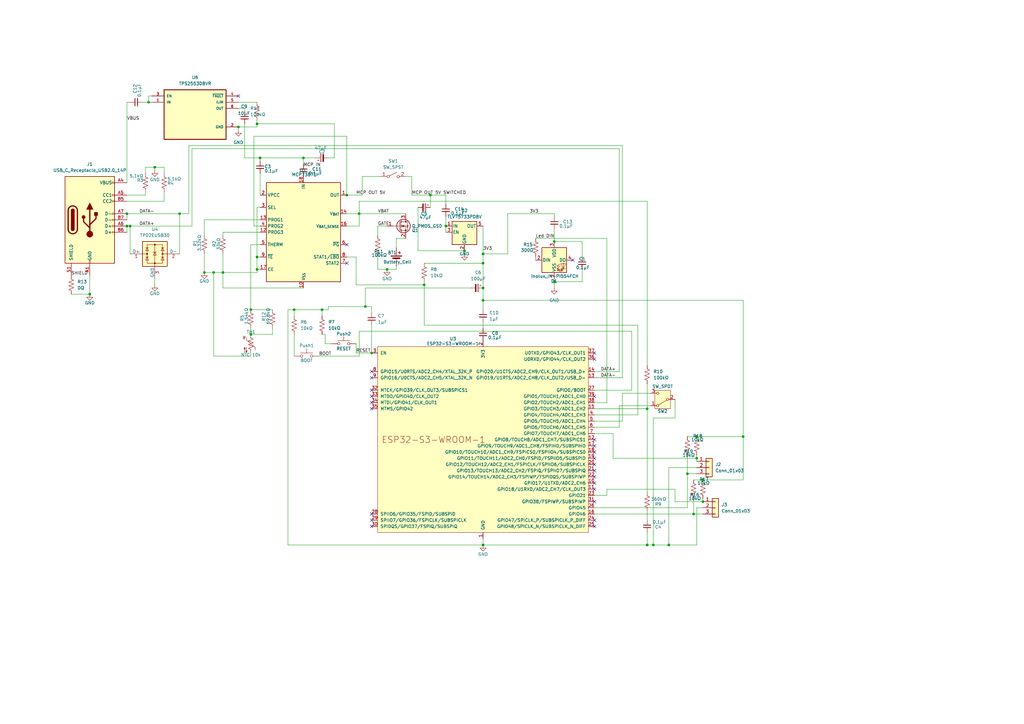
<source format=kicad_sch>
(kicad_sch (version 20250114) (generator "eeschema") (generator_version "9.0")
  (paper "A3")
  (title_block (title "ESP32 Pedal PCB") (date "2026-01-02") (rev "0.2") (comment 1 "215.9mm x 25.4mm PCB") (comment 2 "USB-C charging + programming") (comment 3 "Battery powered with voltage monitoring") (comment 4 "ESP32-S3-WROOM-1") (comment 5 "18650 Cell"))
  (lib_symbols
    (symbol "Battery_Management:MCP73871"
      (property "Reference" "U" (at -7.62 24.13 0))
      (property "Value" "MCP73871" (at -15.24 21.59 0))
      (symbol "MCP73871_1_1"
        (pin input line (at -17.78 15.24 0) (length 2.54) (name "VPCC") (number "2"))
        (pin input line (at -17.78 10.16 0) (length 2.54) (name "SEL") (number "3"))
        (pin bidirectional line (at -17.78 5.08 0) (length 2.54) (name "PROG1") (number "13"))
        (pin input line (at -17.78 2.54 0) (length 2.54) (name "PROG2") (number "4"))
        (pin bidirectional line (at -17.78 0 0) (length 2.54) (name "PROG3") (number "12"))
        (pin bidirectional line (at -17.78 -5.08 0) (length 2.54) (name "THERM") (number "5"))
        (pin input line (at -17.78 -10.16 0) (length 2.54) (name "~{TE}") (number "9"))
        (pin input line (at -17.78 -15.24 0) (length 2.54) (name "CE") (number "17"))
        (pin power_in line (at 0 22.86 270) (length 2.54) (name "IN") (number "18"))
        (pin passive line (at 0 22.86 270) (length 2.54) (hide yes) (name "IN") (number "19"))
        (pin power_in line (at 0 -22.86 90) (length 2.54) (name "V_{SS}") (number "10"))
        (pin passive line (at 0 -22.86 90) (length 2.54) (hide yes) (name "V_{SS}") (number "11"))
        (pin passive line (at 0 -22.86 90) (length 2.54) (hide yes) (name "V_{SS}") (number "21"))
        (pin power_out line (at 17.78 15.24 180) (length 2.54) (name "OUT") (number "1"))
        (pin passive line (at 17.78 15.24 180) (length 2.54) (hide yes) (name "OUT") (number "20"))
        (pin power_out line (at 17.78 7.62 180) (length 2.54) (name "V_{BAT}") (number "14"))
        (pin passive line (at 17.78 7.62 180) (length 2.54) (hide yes) (name "V_{BAT}") (number "15"))
        (pin input line (at 17.78 2.54 180) (length 2.54) (name "V_{BAT_SENSE}") (number "16"))
        (pin open_collector line (at 17.78 -5.08 180) (length 2.54) (name "~{PG}") (number "6"))
        (pin open_collector line (at 17.78 -10.16 180) (length 2.54) (name "STAT1/~{LBO}") (number "8"))
        (pin open_collector line (at 17.78 -12.7 180) (length 2.54) (name "STAT2") (number "7"))
      )
    )
    (symbol "Connector:USB_C_Receptacle_USB2.0_14P" (pin_names (offset 1.016))
      (property "Reference" "J" (at 0 22.225 0))
      (property "Value" "USB_C_Receptacle_USB2.0_14P" (at 0 19.685 0))
      (symbol "USB_C_Receptacle_USB2.0_14P_1_1"
        (pin passive line (at -7.62 -22.86 90) (length 5.08) (name "SHIELD") (number "S1"))
        (pin passive line (at 0 -22.86 90) (length 5.08) (name "GND") (number "A1"))
        (pin passive line (at 0 -22.86 90) (length 5.08) (hide yes) (name "GND") (number "A12"))
        (pin passive line (at 0 -22.86 90) (length 5.08) (hide yes) (name "GND") (number "B1"))
        (pin passive line (at 0 -22.86 90) (length 5.08) (hide yes) (name "GND") (number "B12"))
        (pin passive line (at 15.24 15.24 180) (length 5.08) (name "VBUS") (number "A4"))
        (pin passive line (at 15.24 15.24 180) (length 5.08) (hide yes) (name "VBUS") (number "A9"))
        (pin passive line (at 15.24 15.24 180) (length 5.08) (hide yes) (name "VBUS") (number "B4"))
        (pin passive line (at 15.24 15.24 180) (length 5.08) (hide yes) (name "VBUS") (number "B9"))
        (pin bidirectional line (at 15.24 10.16 180) (length 5.08) (name "CC1") (number "A5"))
        (pin bidirectional line (at 15.24 7.62 180) (length 5.08) (name "CC2") (number "B5"))
        (pin bidirectional line (at 15.24 2.54 180) (length 5.08) (name "D-") (number "A7"))
        (pin bidirectional line (at 15.24 0 180) (length 5.08) (name "D-") (number "B7"))
        (pin bidirectional line (at 15.24 -2.54 180) (length 5.08) (name "D+") (number "A6"))
        (pin bidirectional line (at 15.24 -5.08 180) (length 5.08) (name "D+") (number "B6"))
      )
    )
    (symbol "Connector_Generic:Conn_01x03" (pin_names (offset 1.016) (hide yes))
      (property "Reference" "J" (at 0 5.08 0))
      (property "Value" "Conn_01x03" (at 0 -5.08 0))
      (symbol "Conn_01x03_1_1"
        (pin passive line (at -5.08 2.54 0) (length 3.81) (name "Pin_1") (number "1"))
        (pin passive line (at -5.08 0 0) (length 3.81) (name "Pin_2") (number "2"))
        (pin passive line (at -5.08 -2.54 0) (length 3.81) (name "Pin_3") (number "3"))
      )
    )
    (symbol "Device:Battery_Cell" (pin_numbers (hide yes)) (pin_names (offset 0) (hide yes))
      (property "Reference" "BT" (at 2.54 2.54 0))
      (property "Value" "Battery_Cell" (at 2.54 0 0))
      (symbol "Battery_Cell_1_1"
        (pin passive line (at 0 5.08 270) (length 2.54) (name "+") (number "1"))
        (pin passive line (at 0 -2.54 90) (length 2.54) (name "-") (number "2"))
      )
    )
    (symbol "Device:C_Polarized_Small" (pin_numbers (hide yes)) (pin_names (offset 0.254) (hide yes))
      (property "Reference" "C" (at 0.254 1.778 0))
      (property "Value" "C_Polarized_Small" (at 0.254 -2.032 0))
      (symbol "C_Polarized_Small_1_1"
        (pin passive line (at 0 2.54 270) (length 1.8542) (name "~") (number "1"))
        (pin passive line (at 0 -2.54 90) (length 1.8542) (name "~") (number "2"))
      )
    )
    (symbol "Device:C_Small" (pin_numbers (hide yes)) (pin_names (offset 0.254) (hide yes))
      (property "Reference" "C" (at 0.254 1.778 0))
      (property "Value" "C_Small" (at 0.254 -2.032 0))
      (symbol "C_Small_1_1"
        (pin passive line (at 0 2.54 270) (length 2.032) (name "~") (number "1"))
        (pin passive line (at 0 -2.54 90) (length 2.032) (name "~") (number "2"))
      )
    )
    (symbol "Device:R_US" (pin_numbers (hide yes)) (pin_names (offset 0))
      (property "Reference" "R" (at 2.54 0 90))
      (property "Value" "R_US" (at -2.54 0 90))
      (symbol "R_US_1_1"
        (pin passive line (at 0 3.81 270) (length 1.27) (name "~") (number "1"))
        (pin passive line (at 0 -3.81 90) (length 1.27) (name "~") (number "2"))
      )
    )
    (symbol "Device:Thermistor_NTC_US" (pin_numbers (hide yes)) (pin_names (offset 0))
      (property "Reference" "TH" (at -4.445 0 90))
      (property "Value" "Thermistor_NTC_US" (at 3.175 0 90))
      (symbol "Thermistor_NTC_US_1_1"
        (pin passive line (at 0 3.81 270) (length 1.27) (name "~") (number "1"))
        (pin passive line (at 0 -3.81 90) (length 1.27) (name "~") (number "2"))
      )
    )
    (symbol "Espressif:ESP32-S3-WROOM-1" (pin_names (offset 1.016))
      (property "Reference" "U" (at -43.18 43.18 0))
      (property "Value" "ESP32-S3-WROOM-1" (at -43.18 40.64 0))
      (symbol "ESP32-S3-WROOM-1_0_0"
        (text "ESP32-S3-WROOM-1" (at -20.32 0 0) (effects (font (size 2.54 2.54))))
        (pin input line (at -45.72 35.56 0) (length 2.54) (name "EN") (number "3"))
        (pin bidirectional line (at -45.72 27.94 0) (length 2.54) (name "GPIO15/U0RTS/ADC2_CH4/XTAL_32K_P") (number "8"))
        (pin bidirectional line (at -45.72 25.4 0) (length 2.54) (name "GPIO16/U0CTS/ADC2_CH5/XTAL_32K_N") (number "9"))
        (pin bidirectional line (at -45.72 20.32 0) (length 2.54) (name "MTCK/GPIO39/CLK_OUT3/SUBSPICS1") (number "32"))
        (pin bidirectional line (at -45.72 17.78 0) (length 2.54) (name "MTDO/GPIO40/CLK_OUT2") (number "33"))
        (pin bidirectional line (at -45.72 15.24 0) (length 2.54) (name "MTDI/GPIO41/CLK_OUT1") (number "34"))
        (pin bidirectional line (at -45.72 12.7 0) (length 2.54) (name "MTMS/GPIO42") (number "35"))
        (pin bidirectional line (at -45.72 -30.48 0) (length 2.54) (name "SPIIO6/GPIO35/FSPID/SUBSPID") (number "28"))
        (pin bidirectional line (at -45.72 -33.02 0) (length 2.54) (name "SPIIO7/GPIO36/FSPICLK/SUBSPICLK") (number "29"))
        (pin bidirectional line (at -45.72 -35.56 0) (length 2.54) (name "SPIDQS/GPIO37/FSPIQ/SUBSPIQ") (number "30"))
        (pin power_in line (at 0 40.64 270) (length 2.54) (name "3V3") (number "2"))
        (pin power_in line (at 0 -40.64 90) (length 2.54) (name "GND") (number "1"))
        (pin passive line (at 0 -40.64 90) (length 2.54) (hide yes) (name "GND") (number "40"))
        (pin passive line (at 0 -40.64 90) (length 2.54) (hide yes) (name "GND") (number "41"))
        (pin bidirectional line (at 45.72 35.56 180) (length 2.54) (name "U0TXD/GPIO43/CLK_OUT1") (number "37"))
        (pin bidirectional line (at 45.72 33.02 180) (length 2.54) (name "U0RXD/GPIO44/CLK_OUT2") (number "36"))
        (pin bidirectional line (at 45.72 27.94 180) (length 2.54) (name "GPIO20/U1CTS/ADC2_CH9/CLK_OUT1/USB_D+") (number "14"))
        (pin bidirectional line (at 45.72 25.4 180) (length 2.54) (name "GPIO19/U1RTS/ADC2_CH8/CLK_OUT2/USB_D-") (number "13"))
        (pin bidirectional line (at 45.72 20.32 180) (length 2.54) (name "GPIO0/BOOT") (number "27"))
        (pin bidirectional line (at 45.72 17.78 180) (length 2.54) (name "GPIO1/TOUCH1/ADC1_CH0") (number "39"))
        (pin bidirectional line (at 45.72 15.24 180) (length 2.54) (name "GPIO2/TOUCH2/ADC1_CH1") (number "38"))
        (pin bidirectional line (at 45.72 12.7 180) (length 2.54) (name "GPIO3/TOUCH3/ADC1_CH2") (number "15"))
        (pin bidirectional line (at 45.72 10.16 180) (length 2.54) (name "GPIO4/TOUCH4/ADC1_CH3") (number "4"))
        (pin bidirectional line (at 45.72 7.62 180) (length 2.54) (name "GPIO5/TOUCH5/ADC1_CH4") (number "5"))
        (pin bidirectional line (at 45.72 5.08 180) (length 2.54) (name "GPIO6/TOUCH6/ADC1_CH5") (number "6"))
        (pin bidirectional line (at 45.72 2.54 180) (length 2.54) (name "GPIO7/TOUCH7/ADC1_CH6") (number "7"))
        (pin bidirectional line (at 45.72 0 180) (length 2.54) (name "GPIO8/TOUCH8/ADC1_CH7/SUBSPICS1") (number "12"))
        (pin bidirectional line (at 45.72 -2.54 180) (length 2.54) (name "GPIO9/TOUCH9/ADC1_CH8/FSPIHD/SUBSPIHD") (number "17"))
        (pin bidirectional line (at 45.72 -5.08 180) (length 2.54) (name "GPIO10/TOUCH10/ADC1_CH9/FSPICS0/FSPIIO4/SUBSPICS0") (number "18"))
        (pin bidirectional line (at 45.72 -7.62 180) (length 2.54) (name "GPIO11/TOUCH11/ADC2_CH0/FSPID/FSPIIO5/SUBSPID") (number "19"))
        (pin bidirectional line (at 45.72 -10.16 180) (length 2.54) (name "GPIO12/TOUCH12/ADC2_CH1/FSPICLK/FSPIIO6/SUBSPICLK") (number "20"))
        (pin bidirectional line (at 45.72 -12.7 180) (length 2.54) (name "GPIO13/TOUCH13/ADC2_CH2/FSPIQ/FSPIIO7/SUBSPIQ") (number "21"))
        (pin bidirectional line (at 45.72 -15.24 180) (length 2.54) (name "GPIO14/TOUCH14/ADC2_CH3/FSPIWP/FSPIDQS/SUBSPIWP") (number "22"))
        (pin bidirectional line (at 45.72 -17.78 180) (length 2.54) (name "GPIO17/U1TXD/ADC2_CH6") (number "10"))
        (pin bidirectional line (at 45.72 -20.32 180) (length 2.54) (name "GPIO18/U1RXD/ADC2_CH7/CLK_OUT3") (number "11"))
        (pin bidirectional line (at 45.72 -22.86 180) (length 2.54) (name "GPIO21") (number "23"))
        (pin bidirectional line (at 45.72 -25.4 180) (length 2.54) (name "GPIO38/FSPIWP/SUBSPIWP") (number "31"))
        (pin bidirectional line (at 45.72 -27.94 180) (length 2.54) (name "GPIO45") (number "26"))
        (pin bidirectional line (at 45.72 -30.48 180) (length 2.54) (name "GPIO46") (number "16"))
        (pin bidirectional line (at 45.72 -33.02 180) (length 2.54) (name "GPIO47/SPICLK_P/SUBSPICLK_P_DIFF") (number "24"))
        (pin bidirectional line (at 45.72 -35.56 180) (length 2.54) (name "GPIO48/SPICLK_N/SUBSPICLK_N_DIFF") (number "25"))
      )
    )
    (symbol "LED:Inolux_IN-PI554FCH" (pin_names (offset 0.254))
      (property "Reference" "D" (at 5.08 5.715 0))
      (property "Value" "Inolux_IN-PI554FCH" (at 1.27 -5.715 0))
      (symbol "Inolux_IN-PI554FCH_0_0"
        (text "RGB" (at 2.286 -4.191 0) (effects (font (size 0.762 0.762))))
      )
      (symbol "Inolux_IN-PI554FCH_1_1"
        (pin input line (at -7.62 0 0) (length 2.54) (name "DIN") (number "2"))
        (pin power_in line (at 0 7.62 270) (length 2.54) (name "VDD") (number "3"))
        (pin power_in line (at 0 -7.62 90) (length 2.54) (name "VSS") (number "1"))
        (pin output line (at 7.62 0 180) (length 2.54) (name "DO") (number "4"))
      )
    )
    (symbol "Power_Protection:TPD2EUSB30" (pin_names (offset 0))
      (property "Reference" "U" (at 0 6.35 0))
      (property "Value" "TPD2EUSB30" (at 7.62 -7.62 0))
      (symbol "TPD2EUSB30_1_1"
        (pin passive line (at -10.16 0 0) (length 5.08) (name "D+") (number "1"))
        (pin passive line (at 0 -10.16 90) (length 5.08) (name "GND") (number "3"))
        (pin passive line (at 10.16 0 180) (length 5.08) (name "D-") (number "2"))
      )
    )
    (symbol "Regulator_Linear:TLV75733PDBV" (pin_names (offset 0.254))
      (property "Reference" "U" (at -3.81 5.715 0))
      (property "Value" "TLV75733PDBV" (at 0 5.715 0))
      (symbol "TLV75733PDBV_1_1"
        (pin power_in line (at -7.62 2.54 0) (length 2.54) (name "IN") (number "1"))
        (pin input line (at -7.62 0 0) (length 2.54) (name "EN") (number "3"))
        (pin power_in line (at 0 -7.62 90) (length 2.54) (name "GND") (number "2"))
        (pin no_connect line (at 5.08 0 180) (length 2.54) (hide yes) (name "NC") (number "4"))
        (pin power_out line (at 7.62 2.54 180) (length 2.54) (name "OUT") (number "5"))
      )
    )
    (symbol "Switch:SW_Push" (pin_numbers (hide yes)) (pin_names (offset 1.016) (hide yes))
      (property "Reference" "SW" (at 1.27 2.54 0))
      (property "Value" "SW_Push" (at 0 -1.524 0))
      (symbol "SW_Push_0_1"
        (pin passive line (at -5.08 0 0) (length 2.54) (name "1") (number "1"))
        (pin passive line (at 5.08 0 180) (length 2.54) (name "2") (number "2"))
      )
    )
    (symbol "Switch:SW_SPDT" (pin_names (offset 0) (hide yes))
      (property "Reference" "SW" (at 0 5.08 0))
      (property "Value" "SW_SPDT" (at 0 -5.08 0))
      (symbol "SW_SPDT_1_1"
        (pin passive line (at -5.08 0 0) (length 2.54) (name "B") (number "2"))
        (pin passive line (at 5.08 2.54 180) (length 2.54) (name "A") (number "1"))
        (pin passive line (at 5.08 -2.54 180) (length 2.54) (name "C") (number "3"))
      )
    )
    (symbol "Switch:SW_SPST" (pin_names (offset 0) (hide yes))
      (property "Reference" "SW" (at 0 3.175 0))
      (property "Value" "SW_SPST" (at 0 -2.54 0))
      (symbol "SW_SPST_1_1"
        (pin passive line (at -5.08 0 0) (length 2.54) (name "A") (number "1"))
        (pin passive line (at 5.08 0 180) (length 2.54) (name "B") (number "2"))
      )
    )
    (symbol "TPS2553:TPS2553DBVR" (pin_names (offset 1.016))
      (property "Reference" "U" (at -12.7 11.16 0))
      (property "Value" "TPS2553DBVR" (at -12.7 -14.16 0))
      (symbol "TPS2553DBVR_0_0"
        (pin input line (at -17.78 7.62 0) (length 5.08) (name "EN") (number "3"))
        (pin input line (at -17.78 5.08 0) (length 5.08) (name "IN") (number "1"))
        (pin output line (at 17.78 7.62 180) (length 5.08) (name "~{FAULT}") (number "4"))
        (pin output line (at 17.78 5.08 180) (length 5.08) (name "ILIM") (number "5"))
        (pin output line (at 17.78 2.54 180) (length 5.08) (name "OUT") (number "6"))
        (pin power_in line (at 17.78 -5.08 180) (length 5.08) (name "GND") (number "2"))
      )
    )
    (symbol "Transistor_FET:Q_PMOS_GSD" (pin_names (offset 0) (hide yes))
      (property "Reference" "Q" (at 5.08 1.905 0))
      (property "Value" "Q_PMOS_GSD" (at 5.08 0 0))
      (symbol "Q_PMOS_GSD_1_1"
        (pin input line (at -5.08 0 0) (length 2.54) (name "G") (number "1"))
        (pin passive line (at 2.54 5.08 270) (length 2.54) (name "D") (number "3"))
        (pin passive line (at 2.54 -5.08 90) (length 2.54) (name "S") (number "2"))
      )
    )
    (symbol "power:GND" (power) (pin_numbers (hide yes)) (pin_names (offset 0) (hide yes))
      (property "Value" "GND" (at 0 -3.81 0))
      (symbol "GND_1_1"
        (pin power_in line (at 0 0 270) (length 0) (name "~") (number "1"))
      )
    )
  )
  (junction (at 158.75 110.49))
  (junction (at 87.63 111.76))
  (junction (at 198.12 118.11))
  (junction (at 152.4 144.78))
  (junction (at 198.12 123.19))
  (junction (at 142.24 80.01))
  (junction (at 288.29 205.74))
  (junction (at 198.12 107.95))
  (junction (at 124.46 64.77))
  (junction (at 274.32 223.52))
  (junction (at 102.87 137.16))
  (junction (at 120.65 127))
  (junction (at 267.97 223.52))
  (junction (at 173.99 116.84))
  (junction (at 182.88 92.71))
  (junction (at 227.33 115.57))
  (junction (at 105.41 50.8))
  (junction (at 176.53 80.01))
  (junction (at 91.44 111.76))
  (junction (at 97.79 52.07))
  (junction (at 227.33 99.06))
  (junction (at 147.32 87.63))
  (junction (at 265.43 223.52))
  (junction (at 106.68 64.77))
  (junction (at 284.48 210.82))
  (junction (at 198.12 104.14))
  (junction (at 281.94 194.31))
  (junction (at 285.75 187.96))
  (junction (at 83.82 111.76))
  (junction (at 105.41 110.49))
  (junction (at 73.66 87.63))
  (junction (at 63.5 68.58))
  (junction (at 52.07 92.71))
  (junction (at 198.12 223.52))
  (junction (at 190.5 102.87))
  (junction (at 53.34 92.71))
  (junction (at 52.07 87.63))
  (junction (at 149.86 125.73))
  (junction (at 102.87 127))
  (junction (at 265.43 167.64))
  (junction (at 60.96 41.91))
  (junction (at 105.41 105.41))
  (junction (at 132.08 127))
  (junction (at 304.8 179.07))
  (junction (at 36.83 120.65))
  (junction (at 285.75 179.07))
  (junction (at 288.29 196.85))
  (no_connect (at 243.84 190.5))
  (no_connect (at 234.95 106.68))
  (no_connect (at 142.24 100.33))
  (no_connect (at 152.4 165.1))
  (no_connect (at 243.84 195.58))
  (no_connect (at 243.84 180.34))
  (no_connect (at 152.4 213.36))
  (no_connect (at 97.79 39.37))
  (no_connect (at 243.84 182.88))
  (no_connect (at 243.84 147.32))
  (no_connect (at 152.4 160.02))
  (no_connect (at 243.84 198.12))
  (no_connect (at 243.84 193.04))
  (no_connect (at 152.4 162.56))
  (no_connect (at 243.84 213.36))
  (no_connect (at 243.84 187.96))
  (no_connect (at 243.84 162.56))
  (no_connect (at 152.4 210.82))
  (no_connect (at 152.4 215.9))
  (no_connect (at 152.4 152.4))
  (no_connect (at 152.4 167.64))
  (no_connect (at 243.84 200.66))
  (no_connect (at 243.84 205.74))
  (no_connect (at 243.84 144.78))
  (no_connect (at 142.24 107.95))
  (no_connect (at 243.84 185.42))
  (no_connect (at 152.4 154.94))
  (no_connect (at 243.84 215.9))
  (wire (pts (xy 134.62 125.73) (xy 134.62 127)))
  (wire (pts (xy 63.5 68.58) (xy 67.31 68.58)))
  (wire (pts (xy 158.75 110.49) (xy 162.56 110.49)))
  (wire (pts (xy 91.44 95.25) (xy 91.44 96.52)))
  (wire (pts (xy 255.27 172.72) (xy 243.84 172.72)))
  (wire (pts (xy 111.76 127) (xy 102.87 127)))
  (wire (pts (xy 152.4 133.35) (xy 152.4 144.78)))
  (wire (pts (xy 83.82 90.17) (xy 83.82 96.52)))
  (wire (pts (xy 285.75 187.96) (xy 285.75 189.23)))
  (wire (pts (xy 248.92 200.66) (xy 248.92 203.2)))
  (wire (pts (xy 198.12 104.14) (xy 198.12 107.95)))
  (wire (pts (xy 219.71 106.68) (xy 219.71 105.41)))
  (wire (pts (xy 227.33 87.63) (xy 208.28 87.63)))
  (wire (pts (xy 265.43 209.55) (xy 265.43 213.36)))
  (wire (pts (xy 147.32 92.71) (xy 142.24 92.71)))
  (wire (pts (xy 198.12 132.08) (xy 198.12 134.62)))
  (wire (pts (xy 171.45 102.87) (xy 190.5 102.87)))
  (wire (pts (xy 288.29 208.28) (xy 285.75 208.28)))
  (wire (pts (xy 137.16 64.77) (xy 134.62 64.77)))
  (wire (pts (xy 173.99 116.84) (xy 173.99 115.57)))
  (wire (pts (xy 102.87 100.33) (xy 102.87 127)))
  (wire (pts (xy 208.28 104.14) (xy 198.12 104.14)))
  (wire (pts (xy 147.32 82.55) (xy 265.43 82.55)))
  (wire (pts (xy 227.33 115.57) (xy 238.76 115.57)))
  (wire (pts (xy 91.44 95.25) (xy 106.68 95.25)))
  (wire (pts (xy 176.53 80.01) (xy 176.53 85.09)))
  (wire (pts (xy 59.69 68.58) (xy 59.69 71.12)))
  (wire (pts (xy 73.66 87.63) (xy 77.47 87.63)))
  (wire (pts (xy 238.76 110.49) (xy 238.76 115.57)))
  (wire (pts (xy 238.76 99.06) (xy 238.76 105.41)))
  (wire (pts (xy 147.32 87.63) (xy 147.32 92.71)))
  (wire (pts (xy 274.32 191.77) (xy 274.32 223.52)))
  (wire (pts (xy 149.86 125.73) (xy 152.4 125.73)))
  (wire (pts (xy 134.62 125.73) (xy 149.86 125.73)))
  (wire (pts (xy 162.56 97.79) (xy 166.37 97.79)))
  (wire (pts (xy 267.97 171.45) (xy 267.97 223.52)))
  (wire (pts (xy 261.62 170.18) (xy 243.84 170.18)))
  (wire (pts (xy 255.27 59.69) (xy 255.27 154.94)))
  (wire (pts (xy 105.41 85.09) (xy 105.41 105.41)))
  (wire (pts (xy 267.97 171.45) (xy 276.86 171.45)))
  (wire (pts (xy 52.07 82.55) (xy 67.31 82.55)))
  (wire (pts (xy 285.75 179.07) (xy 304.8 179.07)))
  (wire (pts (xy 104.14 92.71) (xy 106.68 92.71)))
  (wire (pts (xy 102.87 137.16) (xy 111.76 137.16)))
  (wire (pts (xy 304.8 196.85) (xy 304.8 179.07)))
  (wire (pts (xy 104.14 92.71) (xy 104.14 55.88)))
  (wire (pts (xy 146.05 116.84) (xy 173.99 116.84)))
  (wire (pts (xy 100.33 64.77) (xy 106.68 64.77)))
  (wire (pts (xy 102.87 134.62) (xy 102.87 137.16)))
  (wire (pts (xy 129.54 64.77) (xy 124.46 64.77)))
  (wire (pts (xy 87.63 111.76) (xy 91.44 111.76)))
  (wire (pts (xy 149.86 118.11) (xy 193.04 118.11)))
  (wire (pts (xy 285.75 191.77) (xy 274.32 191.77)))
  (wire (pts (xy 147.32 87.63) (xy 166.37 87.63)))
  (wire (pts (xy 91.44 104.14) (xy 91.44 111.76)))
  (wire (pts (xy 173.99 107.95) (xy 198.12 107.95)))
  (wire (pts (xy 162.56 109.22) (xy 162.56 110.49)))
  (wire (pts (xy 248.92 200.66) (xy 276.86 200.66)))
  (wire (pts (xy 29.21 120.65) (xy 36.83 120.65)))
  (wire (pts (xy 243.84 154.94) (xy 255.27 154.94)))
  (wire (pts (xy 265.43 218.44) (xy 265.43 223.52)))
  (wire (pts (xy 173.99 116.84) (xy 173.99 133.35)))
  (wire (pts (xy 148.59 72.39) (xy 156.21 72.39)))
  (wire (pts (xy 104.14 55.88) (xy 142.24 55.88)))
  (wire (pts (xy 265.43 167.64) (xy 265.43 157.48)))
  (wire (pts (xy 147.32 135.89) (xy 259.08 135.89)))
  (wire (pts (xy 60.96 39.37) (xy 60.96 41.91)))
  (wire (pts (xy 100.33 44.45) (xy 100.33 45.72)))
  (wire (pts (xy 36.83 113.03) (xy 36.83 120.65)))
  (wire (pts (xy 142.24 55.88) (xy 142.24 80.01)))
  (wire (pts (xy 281.94 186.69) (xy 281.94 194.31)))
  (wire (pts (xy 52.07 80.01) (xy 59.69 80.01)))
  (wire (pts (xy 166.37 72.39) (xy 168.91 72.39)))
  (wire (pts (xy 58.42 41.91) (xy 60.96 41.91)))
  (wire (pts (xy 227.33 99.06) (xy 227.33 93.98)))
  (wire (pts (xy 248.92 165.1) (xy 243.84 165.1)))
  (wire (pts (xy 304.8 123.19) (xy 304.8 179.07)))
  (wire (pts (xy 255.27 161.29) (xy 255.27 172.72)))
  (wire (pts (xy 254 60.96) (xy 254 152.4)))
  (wire (pts (xy 227.33 118.11) (xy 227.33 115.57)))
  (wire (pts (xy 91.44 118.11) (xy 91.44 111.76)))
  (wire (pts (xy 198.12 92.71) (xy 198.12 104.14)))
  (wire (pts (xy 77.47 59.69) (xy 255.27 59.69)))
  (wire (pts (xy 281.94 194.31) (xy 285.75 194.31)))
  (wire (pts (xy 251.46 177.8) (xy 243.84 177.8)))
  (wire (pts (xy 254 175.26) (xy 254 166.37)))
  (wire (pts (xy 243.84 167.64) (xy 265.43 167.64)))
  (wire (pts (xy 276.86 163.83) (xy 276.86 171.45)))
  (wire (pts (xy 124.46 64.77) (xy 124.46 67.31)))
  (wire (pts (xy 106.68 64.77) (xy 124.46 64.77)))
  (wire (pts (xy 142.24 80.01) (xy 148.59 80.01)))
  (wire (pts (xy 227.33 115.57) (xy 227.33 114.3)))
  (wire (pts (xy 265.43 201.93) (xy 265.43 167.64)))
  (wire (pts (xy 137.16 50.8) (xy 105.41 50.8)))
  (wire (pts (xy 248.92 203.2) (xy 243.84 203.2)))
  (wire (pts (xy 147.32 146.05) (xy 147.32 135.89)))
  (wire (pts (xy 87.63 146.05) (xy 87.63 111.76)))
  (wire (pts (xy 52.07 87.63) (xy 52.07 90.17)))
  (wire (pts (xy 149.86 118.11) (xy 149.86 125.73)))
  (wire (pts (xy 182.88 80.01) (xy 182.88 83.6844)))
  (wire (pts (xy 288.29 205.74) (xy 276.86 205.74)))
  (wire (pts (xy 198.12 123.19) (xy 304.8 123.19)))
  (wire (pts (xy 162.56 97.79) (xy 162.56 101.6)))
  (wire (pts (xy 176.53 80.01) (xy 182.88 80.01)))
  (wire (pts (xy 120.65 127) (xy 132.08 127)))
  (wire (pts (xy 133.35 137.16) (xy 133.35 140.97)))
  (wire (pts (xy 52.07 74.93) (xy 52.07 41.91)))
  (wire (pts (xy 154.94 92.71) (xy 158.75 92.71)))
  (wire (pts (xy 63.5 68.58) (xy 63.5 69.85)))
  (wire (pts (xy 198.12 223.52) (xy 198.12 220.98)))
  (wire (pts (xy 102.87 146.05) (xy 102.87 144.78)))
  (wire (pts (xy 132.08 129.54) (xy 132.08 127)))
  (wire (pts (xy 254 152.4) (xy 243.84 152.4)))
  (wire (pts (xy 259.08 135.89) (xy 259.08 160.02)))
  (wire (pts (xy 97.79 41.91) (xy 105.41 41.91)))
  (wire (pts (xy 288.29 205.74) (xy 288.29 204.47)))
  (wire (pts (xy 53.34 92.71) (xy 53.34 104.14)))
  (wire (pts (xy 265.43 149.86) (xy 265.43 82.55)))
  (wire (pts (xy 243.84 208.28) (xy 281.94 208.28)))
  (wire (pts (xy 102.87 100.33) (xy 106.68 100.33)))
  (wire (pts (xy 120.65 127) (xy 120.65 129.54)))
  (wire (pts (xy 248.92 97.79) (xy 248.92 165.1)))
  (wire (pts (xy 190.5 104.14) (xy 190.5 102.87)))
  (wire (pts (xy 78.74 92.71) (xy 78.74 60.96)))
  (wire (pts (xy 168.91 72.39) (xy 168.91 80.01)))
  (wire (pts (xy 281.94 194.31) (xy 281.94 208.28)))
  (wire (pts (xy 243.84 160.02) (xy 259.08 160.02)))
  (wire (pts (xy 106.68 66.04) (xy 106.68 64.77)))
  (wire (pts (xy 62.23 39.37) (xy 60.96 39.37)))
  (wire (pts (xy 132.08 127) (xy 134.62 127)))
  (wire (pts (xy 284.48 196.85) (xy 288.29 196.85)))
  (wire (pts (xy 276.86 205.74) (xy 276.86 200.66)))
  (wire (pts (xy 91.44 111.76) (xy 105.41 111.76)))
  (wire (pts (xy 227.33 88.9) (xy 227.33 87.63)))
  (wire (pts (xy 284.48 210.82) (xy 288.29 210.82)))
  (wire (pts (xy 219.71 97.79) (xy 248.92 97.79)))
  (wire (pts (xy 106.68 71.12) (xy 106.68 80.01)))
  (wire (pts (xy 67.31 68.58) (xy 67.31 71.12)))
  (wire (pts (xy 118.11 127) (xy 120.65 127)))
  (wire (pts (xy 146.05 140.97) (xy 146.05 144.78)))
  (wire (pts (xy 284.48 204.47) (xy 284.48 210.82)))
  (wire (pts (xy 182.88 88.7644) (xy 182.88 92.71)))
  (wire (pts (xy 261.62 170.18) (xy 261.62 133.35)))
  (wire (pts (xy 243.84 175.26) (xy 254 175.26)))
  (wire (pts (xy 52.07 92.71) (xy 52.07 95.25)))
  (wire (pts (xy 198.12 118.11) (xy 198.12 123.19)))
  (wire (pts (xy 288.29 196.85) (xy 304.8 196.85)))
  (wire (pts (xy 154.94 104.14) (xy 154.94 110.49)))
  (wire (pts (xy 284.48 210.82) (xy 243.84 210.82)))
  (wire (pts (xy 227.33 99.06) (xy 238.76 99.06)))
  (wire (pts (xy 118.11 127) (xy 118.11 223.52)))
  (wire (pts (xy 105.41 50.8) (xy 105.41 52.07)))
  (wire (pts (xy 83.82 111.76) (xy 87.63 111.76)))
  (wire (pts (xy 265.43 223.52) (xy 267.97 223.52)))
  (wire (pts (xy 63.5 114.3) (xy 63.5 116.84)))
  (wire (pts (xy 146.05 105.41) (xy 146.05 116.84)))
  (wire (pts (xy 152.4 125.73) (xy 152.4 128.27)))
  (wire (pts (xy 281.94 179.07) (xy 285.75 179.07)))
  (wire (pts (xy 105.41 49.53) (xy 105.41 50.8)))
  (wire (pts (xy 154.94 110.49) (xy 158.75 110.49)))
  (wire (pts (xy 102.87 146.05) (xy 87.63 146.05)))
  (wire (pts (xy 198.12 123.19) (xy 198.12 127)))
  (wire (pts (xy 83.82 104.14) (xy 83.82 111.76)))
  (wire (pts (xy 251.46 187.96) (xy 251.46 177.8)))
  (wire (pts (xy 285.75 187.96) (xy 251.46 187.96)))
  (wire (pts (xy 63.5 68.58) (xy 59.69 68.58)))
  (wire (pts (xy 105.41 52.07) (xy 97.79 52.07)))
  (wire (pts (xy 59.69 80.01) (xy 59.69 78.74)))
  (wire (pts (xy 154.94 96.52) (xy 154.94 92.71)))
  (wire (pts (xy 137.16 64.77) (xy 137.16 50.8)))
  (wire (pts (xy 100.33 44.45) (xy 97.79 44.45)))
  (wire (pts (xy 285.75 186.69) (xy 285.75 187.96)))
  (wire (pts (xy 266.7 166.37) (xy 254 166.37)))
  (wire (pts (xy 111.76 137.16) (xy 111.76 134.62)))
  (wire (pts (xy 100.33 50.8) (xy 100.33 64.77)))
  (wire (pts (xy 97.79 53.34) (xy 97.79 52.07)))
  (wire (pts (xy 267.97 223.52) (xy 274.32 223.52)))
  (wire (pts (xy 133.35 140.97) (xy 135.89 140.97)))
  (wire (pts (xy 53.34 92.71) (xy 78.74 92.71)))
  (wire (pts (xy 173.99 133.35) (xy 261.62 133.35)))
  (wire (pts (xy 142.24 87.63) (xy 147.32 87.63)))
  (wire (pts (xy 285.75 208.28) (xy 285.75 223.52)))
  (wire (pts (xy 198.12 107.95) (xy 198.12 118.11)))
  (wire (pts (xy 255.27 161.29) (xy 266.7 161.29)))
  (wire (pts (xy 171.45 85.09) (xy 171.45 102.87)))
  (wire (pts (xy 120.65 137.16) (xy 120.65 146.05)))
  (wire (pts (xy 168.91 80.01) (xy 176.53 80.01)))
  (wire (pts (xy 77.47 87.63) (xy 77.47 59.69)))
  (wire (pts (xy 105.41 105.41) (xy 105.41 110.49)))
  (wire (pts (xy 52.07 92.71) (xy 53.34 92.71)))
  (wire (pts (xy 83.82 90.17) (xy 106.68 90.17)))
  (wire (pts (xy 147.32 82.55) (xy 147.32 87.63)))
  (wire (pts (xy 146.05 144.78) (xy 152.4 144.78)))
  (wire (pts (xy 105.41 105.41) (xy 106.68 105.41)))
  (wire (pts (xy 142.24 105.41) (xy 146.05 105.41)))
  (wire (pts (xy 133.35 137.16) (xy 132.08 137.16)))
  (wire (pts (xy 105.41 110.49) (xy 105.41 111.76)))
  (wire (pts (xy 148.59 80.01) (xy 148.59 72.39)))
  (wire (pts (xy 60.96 41.91) (xy 62.23 41.91)))
  (wire (pts (xy 198.12 223.52) (xy 118.11 223.52)))
  (wire (pts (xy 182.88 92.71) (xy 182.88 95.25)))
  (wire (pts (xy 52.07 87.63) (xy 73.66 87.63)))
  (wire (pts (xy 73.66 87.63) (xy 73.66 104.14)))
  (wire (pts (xy 130.81 146.05) (xy 147.32 146.05)))
  (wire (pts (xy 208.28 87.63) (xy 208.28 104.14)))
  (wire (pts (xy 105.41 110.49) (xy 106.68 110.49)))
  (wire (pts (xy 67.31 82.55) (xy 67.31 78.74)))
  (wire (pts (xy 78.74 60.96) (xy 254 60.96)))
  (wire (pts (xy 274.32 223.52) (xy 285.75 223.52)))
  (wire (pts (xy 91.44 118.11) (xy 124.46 118.11)))
  (wire (pts (xy 198.12 223.52) (xy 265.43 223.52)))
  (wire (pts (xy 52.07 41.91) (xy 53.34 41.91)))
  (wire (pts (xy 106.68 85.09) (xy 105.41 85.09)))
  (label "3V3" (at 217.17 87.63 0))
  (label "RESET" (at 146.05 144.78 0))
  (label "DATA+" (at 57.15 92.71 0))
  (label "MCP IN" (at 124.46 68.58 0))
  (label "3V3" (at 198.12 102.87 0))
  (label "DATA-" (at 246.38 154.94 0))
  (label "GATE" (at 154.94 92.71 0))
  (label "BOOT" (at 130.81 146.05 0))
  (label "VBAT" (at 154.94 87.63 0))
  (label "DATA-" (at 57.15 87.63 0))
  (label "MCP OUT 5V SWITCHED" (at 168.91 80.01 0))
  (label "SHIELD" (at 29.21 113.03 0))
  (label "MCP OUT 5V" (at 146.05 80.01 0))
  (label "DATA+" (at 246.38 152.4 0))
  (label "Led DIN" (at 219.71 97.79 0))
  (label "VBUS" (at 52.07 49.53 0))
  (symbol (lib_id "Device:C_Small") (at 124.46 69.85 0) (unit 1)
    (property "Reference" "C11" (at 128.016 69.342 0) (effects (justify left)))
    (property "Value" "0.1µF" (at 126.492 71.12 0) (effects (justify left)))
    (property "Footprint" "Capacitor_SMD:C_0603_1608Metric" (effects (hide yes)))
    (property "Description" "Unpolarized capacitor, small symbol" (effects (hide yes)))
  )
  (symbol (lib_id "Device:R_US") (at 83.82 100.33 0) (unit 1)
    (property "Reference" "R1" (at 80.01 101.092 90) (effects (justify left)))
    (property "Value" "3.32kΩ" (at 81.788 103.124 90) (effects (justify left)))
    (property "Footprint" "Resistor_SMD:R_0603_1608Metric" (effects (hide yes)))
    (property "Description" "Resistor, US symbol" (effects (hide yes)))
  )
  (symbol (lib_id "Power_Protection:TPD2EUSB30") (at 63.5 104.14 0) (unit 1)
    (property "Reference" "U4" (at 63.5 93.98 0))
    (property "Value" "TPD2EUSB30" (at 63.5 96.52 0))
    (property "Footprint" "Package_TO_SOT_SMD:Texas_DRT-3" (effects (hide yes)))
    (property "Datasheet" "http://www.ti.com/lit/ds/symlink/tpd2eusb30a.pdf" (effects (hide yes)))
    (property "Description" "2-Channel ESD Protection for Super-Speed USB 3.0 Interface, DRT-3" (effects (hide yes)))
  )
  (symbol (lib_id "Device:R_US") (at 281.94 182.88 0) (unit 1)
    (property "Reference" "R19" (at 280.416 185.166 0) (effects (justify left)))
    (property "Value" "10kΩ" (at 279.908 186.69 0) (effects (justify left)))
    (property "Footprint" "Resistor_SMD:R_0603_1608Metric" (effects (hide yes)))
    (property "Description" "Resistor, US symbol" (effects (hide yes)))
  )
  (symbol (lib_id "Connector_Generic:Conn_01x03") (at 293.37 208.28 0) (unit 1)
    (property "Reference" "J3" (at 295.91 207.0099 0) (effects (justify left)))
    (property "Value" "Conn_01x03" (at 295.91 209.5499 0) (effects (justify left)))
    (property "Footprint" "Connector_Wire:SolderWire-0.1sqmm_1x03_P3.6mm_D0.4mm_OD1mm" (effects (hide yes)))
    (property "Description" "Generic connector, single row, 01x03, script generated (kicad-library-utils/schlib/autogen/connector/)" (effects (hide yes)))
  )
  (symbol (lib_id "Device:C_Small") (at 265.43 215.9 180) (unit 1)
    (property "Reference" "C4" (at 271.272 216.154 0) (effects (justify left)))
    (property "Value" "0.1µF" (at 273.304 214.122 0) (effects (justify left)))
    (property "Footprint" "Capacitor_SMD:C_0603_1608Metric" (effects (hide yes)))
    (property "Description" "Unpolarized capacitor, small symbol" (effects (hide yes)))
  )
  (symbol (lib_id "Switch:SW_SPDT") (at 271.78 163.83 180) (unit 1)
    (property "Reference" "SW2" (at 271.78 168.656 0))
    (property "Value" "SW_SPDT" (at 271.78 158.496 0))
    (property "Footprint" "Connector_Wire:SolderWire-0.1sqmm_1x03_P3.6mm_D0.4mm_OD1mm" (effects (hide yes)))
    (property "Description" "Switch, single pole double throw" (effects (hide yes)))
  )
  (symbol (lib_id "TPS2553:TPS2553DBVR") (at 80.01 46.99 0) (unit 1)
    (property "Reference" "U6" (at 80.01 31.75 0))
    (property "Value" "TPS2553DBVR" (at 80.01 34.29 0))
    (property "Footprint" "TPS2553DBVR:SOT95P280X145-6N" (effects (hide yes)))
    (property "MF" "Texas Instruments" (effects (hide yes)))
    (property "Description_1" "0.075-1.7A adj. ILIMIT,  2.5-6.5V, 85mΩ USB power switch, active-high, reverse blocking" (effects (hide yes)))
    (property "Package" "SOT-23-6 Texas Instruments" (effects (hide yes)))
    (property "Price" "None" (effects (hide yes)))
    (property "SnapEDA_Link" "https://www.snapeda.com/parts/TPS2553DBVR/Texas+Instruments/view-part/?ref=snap" (effects (hide yes)))
    (property "MP" "TPS2553DBVR" (effects (hide yes)))
    (property "Purchase-URL" "https://www.snapeda.com/api/url_track_click_mouser/?unipart_id=375197&manufacturer=Texas Instruments&part_name=TPS2553DBVR&search_term=tps2553" (effects (hide yes)))
    (property "Availability" "In Stock" (effects (hide yes)))
    (property "Check_prices" "https://www.snapeda.com/parts/TPS2553DBVR/Texas+Instruments/view-part/?ref=eda" (effects (hide yes)))
  )
  (symbol (lib_id "Device:R_US") (at 91.44 100.33 0) (unit 1)
    (property "Reference" "R2" (at 87.884 101.346 90) (effects (justify left)))
    (property "Value" "33kΩ" (at 89.662 102.616 90) (effects (justify left)))
    (property "Footprint" "Resistor_SMD:R_0603_1608Metric" (effects (hide yes)))
    (property "Description" "Resistor, US symbol" (effects (hide yes)))
  )
  (symbol (lib_id "Device:R_US") (at 59.69 74.93 0) (unit 1)
    (property "Reference" "R3" (at 56.134 73.914 0) (effects (justify left)))
    (property "Value" "5.1kΩ" (at 53.086 72.136 0) (effects (justify left)))
    (property "Footprint" "Resistor_SMD:R_0603_1608Metric" (effects (hide yes)))
    (property "Description" "Resistor, US symbol" (effects (hide yes)))
  )
  (symbol (lib_id "Device:C_Small") (at 152.4 130.81 0) (unit 1)
    (property "Reference" "C7" (at 154.94 129.5462 0) (effects (justify left)))
    (property "Value" "1µF" (at 154.94 132.0862 0) (effects (justify left)))
    (property "Footprint" "Capacitor_SMD:C_0603_1608Metric" (effects (hide yes)))
    (property "Description" "Unpolarized capacitor, small symbol" (effects (hide yes)))
  )
  (symbol (lib_id "Device:C_Small") (at 198.12 137.16 0) (unit 1)
    (property "Reference" "C8" (at 201.676 136.652 0) (effects (justify left)))
    (property "Value" "0.1µF" (at 200.152 138.43 0) (effects (justify left)))
    (property "Footprint" "Capacitor_SMD:C_0603_1608Metric" (effects (hide yes)))
    (property "Description" "Unpolarized capacitor, small symbol" (effects (hide yes)))
  )
  (symbol (lib_id "Device:C_Small") (at 198.12 129.54 0) (unit 1)
    (property "Reference" "C10" (at 200.66 128.2762 0) (effects (justify left)))
    (property "Value" "1µF" (at 200.66 130.8162 0) (effects (justify left)))
    (property "Footprint" "Capacitor_SMD:C_0603_1608Metric" (effects (hide yes)))
    (property "Description" "Unpolarized capacitor, small symbol" (effects (hide yes)))
  )
  (symbol (lib_id "Espressif:ESP32-S3-WROOM-1") (at 198.12 180.34 0) (unit 1)
    (property "Reference" "U3" (at 184.404 138.938 0) (effects (justify left)))
    (property "Value" "ESP32-S3-WROOM-1" (at 175.006 140.97 0) (effects (justify left)))
    (property "Footprint" "RF_Module:ESP32-S3-WROOM-1" (effects (hide yes)))
    (property "Datasheet" "https://www.espressif.com/sites/default/files/documentation/esp32-s3-wroom-1_wroom-1u_datasheet_en.pdf" (effects (hide yes)))
    (property "Description" "2.4 GHz WiFi (802.11 b/g/n) and Bluetooth ® 5 (LE) module Built around ESP32S3 series of SoCs, Xtensa ® dualcore 32bit LX7 microprocessor Flash up to 16 MB, PSRAM up to 8 MB 36 GPIOs, rich set of peripherals Onboard PCB antenna" (effects (hide yes)))
  )
  (symbol (lib_id "Device:R_US") (at 120.65 133.35 0) (unit 1)
    (property "Reference" "R6" (at 123.19 132.0799 0) (effects (justify left)))
    (property "Value" "10kΩ" (at 123.19 134.6199 0) (effects (justify left)))
    (property "Footprint" "Resistor_SMD:R_0603_1608Metric" (effects (hide yes)))
    (property "Description" "Resistor, US symbol" (effects (hide yes)))
  )
  (symbol (lib_id "Device:R_US") (at 111.76 130.81 0) (unit 1)
    (property "Reference" "R12" (at 108.204 131.826 90) (effects (justify left)))
    (property "Value" "69.8kΩ" (at 109.982 133.096 90) (effects (justify left)))
    (property "Footprint" "Resistor_SMD:R_0603_1608Metric" (effects (hide yes)))
    (property "Description" "Resistor, US symbol" (effects (hide yes)))
  )
  (symbol (lib_id "Device:R_US") (at 67.31 74.93 0) (unit 1)
    (property "Reference" "R4" (at 68.58 75.184 0) (effects (justify left)))
    (property "Value" "5.1kΩ" (at 68.58 73.406 0) (effects (justify left)))
    (property "Footprint" "Resistor_SMD:R_0603_1608Metric" (effects (hide yes)))
    (property "Description" "Resistor, US symbol" (effects (hide yes)))
  )
  (symbol (lib_id "Connector:USB_C_Receptacle_USB2.0_14P") (at 36.83 90.17 0) (unit 1)
    (property "Reference" "J1" (at 36.83 67.31 0))
    (property "Value" "USB_C_Receptacle_USB2.0_14P" (at 36.83 69.85 0))
    (property "Footprint" "Connector_USB:USB_C_Receptacle_GCT_USB4110" (effects (hide yes)))
    (property "Datasheet" "https://www.usb.org/sites/default/files/documents/usb_type-c.zip" (effects (hide yes)))
    (property "Description" "USB 2.0-only 14P Type-C Receptacle connector" (effects (hide yes)))
  )
  (symbol (lib_id "Device:C_Polarized_Small") (at 195.58 118.11 270) (unit 1)
    (property "Reference" "C6" (at 196.1261 111.76 90))
    (property "Value" "100µF" (at 196.1261 114.3 90))
    (property "Footprint" "Capacitor_Tantalum_SMD:CP_EIA-7343-31_Kemet-D" (effects (hide yes)))
    (property "Description" "Polarized capacitor, small symbol" (effects (hide yes)))
  )
  (symbol (lib_id "Connector_Generic:Conn_01x03") (at 290.83 191.77 0) (unit 1)
    (property "Reference" "J2" (at 293.37 190.4999 0) (effects (justify left)))
    (property "Value" "Conn_01x03" (at 293.37 193.0399 0) (effects (justify left)))
    (property "Footprint" "Connector_Wire:SolderWire-0.1sqmm_1x03_P3.6mm_D0.4mm_OD1mm" (effects (hide yes)))
    (property "Description" "Generic connector, single row, 01x03, script generated (kicad-library-utils/schlib/autogen/connector/)" (effects (hide yes)))
  )
  (symbol (lib_id "Device:C_Small") (at 227.33 91.44 0) (unit 1)
    (property "Reference" "C13" (at 230.886 90.932 0) (effects (justify left)))
    (property "Value" "0.1µF" (at 229.362 92.71 0) (effects (justify left)))
    (property "Footprint" "Capacitor_SMD:C_0603_1608Metric" (effects (hide yes)))
    (property "Description" "Unpolarized capacitor, small symbol" (effects (hide yes)))
  )
  (symbol (lib_id "LED:Inolux_IN-PI554FCH") (at 227.33 106.68 0) (unit 1)
    (property "Reference" "D1" (at 227.33 115.316 0))
    (property "Value" "Inolux_IN-PI554FCH" (at 227.584 113.284 0))
    (property "Footprint" "LED_SMD:LED_Inolux_IN-PI554FCH_PLCC4_5.0x5.0mm_P3.2mm" (effects (hide yes)))
    (property "Datasheet" "http://www.inolux-corp.com/datasheet/SMDLED/Addressable%20LED/IN-PI554FCH.pdf" (effects (hide yes)))
    (property "Description" "5050 RGB LED 4-Pin with integrated IC" (effects (hide yes)))
  )
  (symbol (lib_id "Switch:SW_Push") (at 125.73 146.05 0) (unit 1)
    (property "Reference" "Push1" (at 125.73 141.732 0))
    (property "Value" "BOOT" (at 125.73 147.828 0))
    (property "Footprint" "Button_Switch_SMD:SW_Push_1P1T_XKB_TS-1187A" (effects (hide yes)))
    (property "Description" "Push button switch, generic, two pins" (effects (hide yes)))
  )
  (symbol (lib_id "Device:C_Small") (at 106.68 68.58 0) (unit 1)
    (property "Reference" "C3" (at 108.458 68.326 0) (effects (justify left)))
    (property "Value" "0.1µF" (at 108.458 70.104 0) (effects (justify left)))
    (property "Footprint" "Capacitor_SMD:C_0603_1608Metric" (effects (hide yes)))
    (property "Description" "Unpolarized capacitor, small symbol" (effects (hide yes)))
  )
  (symbol (lib_id "Device:R_US") (at 154.94 100.33 0) (unit 1)
    (property "Reference" "R11" (at 153.416 103.124 0) (effects (justify left)))
    (property "Value" "100kΩ" (at 152.4 104.648 0) (effects (justify left)))
    (property "Footprint" "Resistor_SMD:R_0603_1608Metric" (effects (hide yes)))
    (property "Description" "Resistor, US symbol" (effects (hide yes)))
  )
  (symbol (lib_id "power:GND") (at 63.5 69.85 0) (unit 1)
    (property "Reference" "#PWR06" (effects (hide yes)))
    (property "Value" "GND" (at 63.5 73.66 0))
    (property "Description" "Power symbol creates a global label with name \"GND\" , ground" (effects (hide yes)))
  )
  (symbol (lib_id "Device:R_US") (at 102.87 130.81 0) (unit 1)
    (property "Reference" "R5" (at 99.314 131.826 90) (effects (justify left)))
    (property "Value" "1.54kΩ" (at 101.092 133.096 90) (effects (justify left)))
    (property "Footprint" "Resistor_SMD:R_0603_1608Metric" (effects (hide yes)))
    (property "Description" "Resistor, US symbol" (effects (hide yes)))
  )
  (symbol (lib_id "Device:Thermistor_NTC_US") (at 102.87 140.97 0) (unit 1)
    (property "Reference" "TH1" (at 101.092 136.144 0) (effects (justify left)))
    (property "Value" "NTC 10k" (at 98.806 145.542 0) (effects (justify left)))
    (property "Footprint" "Connector_Wire:SolderWire-0.1sqmm_1x02_P3.6mm_D0.4mm_OD1mm" (effects (hide yes)))
    (property "Description" "B=3892K (25/85)" (effects (hide yes)))
  )
  (symbol (lib_id "Device:R_US") (at 29.21 116.84 0) (unit 1)
    (property "Reference" "R13" (at 31.75 115.5699 0) (effects (justify left)))
    (property "Value" "0Ω" (at 31.75 118.1099 0) (effects (justify left)))
    (property "Footprint" "Resistor_SMD:R_0603_1608Metric" (effects (hide yes)))
    (property "Description" "Resistor, US symbol" (effects (hide yes)))
  )
  (symbol (lib_id "Device:C_Polarized_Small") (at 173.99 85.09 270) (unit 1)
    (property "Reference" "C5" (at 173.99 87.63 90))
    (property "Value" "47µF" (at 174.498 89.154 90))
    (property "Footprint" "Capacitor_Tantalum_SMD:CP_EIA-7343-31_Kemet-D" (effects (hide yes)))
    (property "Description" "Polarized capacitor, small symbol" (effects (hide yes)))
  )
  (symbol (lib_id "power:GND") (at 97.79 53.34 0) (unit 1)
    (property "Reference" "#PWR04" (effects (hide yes)))
    (property "Value" "GND" (at 97.79 58.42 0))
    (property "Description" "Power symbol creates a global label with name \"GND\" , ground" (effects (hide yes)))
  )
  (symbol (lib_id "Device:C_Small") (at 55.88 41.91 90) (unit 1)
    (property "Reference" "C12" (at 55.372 38.354 0) (effects (justify left)))
    (property "Value" "0.1µF" (at 57.15 39.878 0) (effects (justify left)))
    (property "Footprint" "Capacitor_SMD:C_0603_1608Metric" (effects (hide yes)))
    (property "Description" "Unpolarized capacitor, small symbol" (effects (hide yes)))
  )
  (symbol (lib_id "Device:R_US") (at 265.43 153.67 0) (unit 1)
    (property "Reference" "R10" (at 267.97 152.3999 0) (effects (justify left)))
    (property "Value" "100kΩ" (at 267.97 154.9399 0) (effects (justify left)))
    (property "Footprint" "Resistor_SMD:R_0603_1608Metric" (effects (hide yes)))
    (property "Description" "Resistor, US symbol" (effects (hide yes)))
  )
  (symbol (lib_id "power:GND") (at 83.82 111.76 0) (unit 1)
    (property "Reference" "#PWR05" (effects (hide yes)))
    (property "Value" "GND" (at 83.82 115.316 0))
    (property "Description" "Power symbol creates a global label with name \"GND\" , ground" (effects (hide yes)))
  )
  (symbol (lib_id "Device:R_US") (at 173.99 111.76 0) (unit 1)
    (property "Reference" "R8" (at 176.53 110.4899 0) (effects (justify left)))
    (property "Value" "10kΩ" (at 176.53 113.0299 0) (effects (justify left)))
    (property "Footprint" "Resistor_SMD:R_0603_1608Metric" (effects (hide yes)))
    (property "Description" "Resistor, US symbol" (effects (hide yes)))
  )
  (symbol (lib_id "power:GND") (at 36.83 120.65 0) (unit 1)
    (property "Reference" "#PWR01" (effects (hide yes)))
    (property "Value" "GND" (at 36.83 124.206 0))
    (property "Description" "Power symbol creates a global label with name \"GND\" , ground" (effects (hide yes)))
  )
  (symbol (lib_id "power:GND") (at 158.75 110.49 0) (unit 1)
    (property "Reference" "#PWR03" (effects (hide yes)))
    (property "Value" "GND" (at 158.75 114.3 0))
    (property "Description" "Power symbol creates a global label with name \"GND\" , ground" (effects (hide yes)))
  )
  (symbol (lib_id "power:GND") (at 63.5 116.84 0) (unit 1)
    (property "Reference" "#PWR02" (effects (hide yes)))
    (property "Value" "GND" (at 63.5 120.396 0))
    (property "Description" "Power symbol creates a global label with name \"GND\" , ground" (effects (hide yes)))
  )
  (symbol (lib_id "Device:R_US") (at 285.75 182.88 0) (unit 1)
    (property "Reference" "R18" (at 284.226 178.816 0) (effects (justify left)))
    (property "Value" "10kΩ" (at 283.464 180.34 0) (effects (justify left)))
    (property "Footprint" "Resistor_SMD:R_0603_1608Metric" (effects (hide yes)))
    (property "Description" "Resistor, US symbol" (effects (hide yes)))
  )
  (symbol (lib_id "Device:R_US") (at 219.71 101.6 0) (unit 1)
    (property "Reference" "R15" (at 214.63 100.33 0) (effects (justify left)))
    (property "Value" "300Ω" (at 213.614 102.616 0) (effects (justify left)))
    (property "Footprint" "Resistor_SMD:R_0603_1608Metric" (effects (hide yes)))
    (property "Description" "Resistor, US symbol" (effects (hide yes)))
  )
  (symbol (lib_id "Device:R_US") (at 265.43 205.74 180) (unit 1)
    (property "Reference" "R9" (at 271.272 206.756 0) (effects (justify left)))
    (property "Value" "360kΩ" (at 273.304 204.724 0) (effects (justify left)))
    (property "Footprint" "Resistor_SMD:R_0603_1608Metric" (effects (hide yes)))
    (property "Description" "Resistor, US symbol" (effects (hide yes)))
  )
  (symbol (lib_id "Device:R_US") (at 132.08 133.35 0) (unit 1)
    (property "Reference" "R7" (at 134.62 132.0799 0) (effects (justify left)))
    (property "Value" "10kΩ" (at 134.62 134.6199 0) (effects (justify left)))
    (property "Footprint" "Resistor_SMD:R_0603_1608Metric" (effects (hide yes)))
    (property "Description" "Resistor, US symbol" (effects (hide yes)))
  )
  (symbol (lib_id "Device:C_Small") (at 100.33 48.26 0) (unit 1)
    (property "Reference" "C9" (at 98.806 43.688 0) (effects (justify left)))
    (property "Value" "10µF" (at 97.536 46.482 0) (effects (justify left)))
    (property "Footprint" "Capacitor_SMD:C_0603_1608Metric" (effects (hide yes)))
    (property "Description" "Unpolarized capacitor, small symbol" (effects (hide yes)))
  )
  (symbol (lib_id "Device:Battery_Cell") (at 162.56 106.68 0) (unit 1)
    (property "Reference" "BT1" (at 159.004 103.632 0) (effects (justify left)))
    (property "Value" "Battery_Cell" (at 157.226 107.442 0) (effects (justify left)))
    (property "Footprint" "Battery:BatteryHolder_MPD_BH-18650-PC" (effects (hide yes)))
    (property "Description" "Single-cell battery" (effects (hide yes)))
    (property "Sim.Device" "V" (effects (hide yes)))
    (property "Sim.Type" "DC" (effects (hide yes)))
    (property "Sim.Pins" "1=+ 2=-" (effects (hide yes)))
  )
  (symbol (lib_id "Device:C_Small") (at 182.88 86.2244 0) (unit 1)
    (property "Reference" "C14" (at 186.436 85.7164 0) (effects (justify left)))
    (property "Value" "0.1µF" (at 184.912 87.4944 0) (effects (justify left)))
    (property "Footprint" "Capacitor_SMD:C_0603_1608Metric" (effects (hide yes)))
    (property "Description" "Unpolarized capacitor, small symbol" (effects (hide yes)))
  )
  (symbol (lib_id "Switch:SW_SPST") (at 161.29 72.39 0) (unit 1)
    (property "Reference" "SW1" (at 161.29 66.04 0))
    (property "Value" "SW_SPST" (at 161.29 68.58 0))
    (property "Footprint" "Connector_Wire:SolderWire-0.1sqmm_1x02_P3.6mm_D0.4mm_OD1mm" (effects (hide yes)))
    (property "Description" "Single Pole Single Throw (SPST) switch" (effects (hide yes)))
  )
  (symbol (lib_id "Transistor_FET:Q_PMOS_GSD") (at 163.83 92.71 0) (unit 1)
    (property "Reference" "Q1" (at 168.91 94.488 0) (effects (justify left)))
    (property "Value" "Q_PMOS_GSD" (at 168.91 92.71 0) (effects (justify left)))
    (property "Footprint" "Package_TO_SOT_SMD:SOT-23" (effects (hide yes)))
    (property "Description" "P-MOSFET transistor, gate/source/drain" (effects (hide yes)))
  )
  (symbol (lib_id "power:GND") (at 227.33 118.11 0) (unit 1)
    (property "Reference" "#PWR011" (effects (hide yes)))
    (property "Value" "GND" (at 227.33 123.19 0))
    (property "Description" "Power symbol creates a global label with name \"GND\" , ground" (effects (hide yes)))
  )
  (symbol (lib_id "Device:C_Small") (at 238.76 107.95 0) (unit 1)
    (property "Reference" "C1" (at 237.49 106.172 0) (effects (justify left)))
    (property "Value" "0.1µF" (at 236.22 109.728 0) (effects (justify left)))
    (property "Footprint" "Capacitor_SMD:C_0603_1608Metric" (effects (hide yes)))
    (property "Description" "Unpolarized capacitor, small symbol" (effects (hide yes)))
  )
  (symbol (lib_id "Battery_Management:MCP73871") (at 124.46 95.25 0) (unit 1)
    (property "Reference" "U1" (at 122.936 69.85 0) (effects (justify left)))
    (property "Value" "MCP73871" (at 119.634 71.628 0) (effects (justify left)))
    (property "Footprint" "Package_DFN_QFN:QFN-20-1EP_4x4mm_P0.5mm_EP2.5x2.5mm" (effects (hide yes)))
    (property "Datasheet" "http://www.mouser.com/ds/2/268/22090a-52174.pdf" (effects (hide yes)))
    (property "Description" "Single cell, Li-Ion/Li-Po charge management controller" (effects (hide yes)))
  )
  (symbol (lib_id "Device:R_US") (at 288.29 200.66 0) (unit 1)
    (property "Reference" "R17" (at 286.766 196.596 0) (effects (justify left)))
    (property "Value" "10kΩ" (at 286.004 198.12 0) (effects (justify left)))
    (property "Footprint" "Resistor_SMD:R_0603_1608Metric" (effects (hide yes)))
    (property "Description" "Resistor, US symbol" (effects (hide yes)))
  )
  (symbol (lib_id "Switch:SW_Push") (at 140.97 140.97 0) (unit 1)
    (property "Reference" "Push2" (at 140.97 136.906 0))
    (property "Value" "RESET" (at 140.97 143.002 0))
    (property "Footprint" "Button_Switch_SMD:SW_Push_1P1T_XKB_TS-1187A" (effects (hide yes)))
    (property "Description" "Push button switch, generic, two pins" (effects (hide yes)))
  )
  (symbol (lib_id "Regulator_Linear:TLV75733PDBV") (at 190.5 95.25 0) (unit 1)
    (property "Reference" "U2" (at 190.5 86.36 0))
    (property "Value" "TLV75733PDBV" (at 190.5 88.9 0))
    (property "Footprint" "Package_TO_SOT_SMD:SOT-23-5" (effects (hide yes)))
    (property "Datasheet" "https://www.ti.com/lit/ds/symlink/tlv757p.pdf" (effects (hide yes)))
    (property "Description" "1A Low IQ Small Size Low Dropout Voltage Regulator, Fixed Output 3.3V, SOT-23-5" (effects (hide yes)))
  )
  (symbol (lib_id "Device:R_US") (at 284.48 200.66 0) (unit 1)
    (property "Reference" "R16" (at 282.956 202.946 0) (effects (justify left)))
    (property "Value" "10kΩ" (at 282.448 204.47 0) (effects (justify left)))
    (property "Footprint" "Resistor_SMD:R_0603_1608Metric" (effects (hide yes)))
    (property "Description" "Resistor, US symbol" (effects (hide yes)))
  )
  (symbol (lib_id "power:GND") (at 190.5 104.14 0) (unit 1)
    (property "Reference" "#PWR010" (effects (hide yes)))
    (property "Value" "GND" (at 190.5 104.14 0))
    (property "Description" "Power symbol creates a global label with name \"GND\" , ground" (effects (hide yes)))
  )
  (symbol (lib_id "power:GND") (at 198.12 223.52 0) (unit 1)
    (property "Reference" "#PWR08" (effects (hide yes)))
    (property "Value" "GND" (at 198.12 227.33 0))
    (property "Description" "Power symbol creates a global label with name \"GND\" , ground" (effects (hide yes)))
  )
  (symbol (lib_id "Device:R_US") (at 105.41 45.72 0) (unit 1)
    (property "Reference" "R14" (at 102.616 44.45 0) (effects (justify left)))
    (property "Value" "100kΩ" (at 102.616 46.99 0) (effects (justify left)))
    (property "Footprint" "Resistor_SMD:R_0603_1608Metric" (effects (hide yes)))
    (property "Description" "Resistor, US symbol" (effects (hide yes)))
  )
  (symbol (lib_id "Device:C_Polarized_Small") (at 132.08 64.77 90) (unit 1)
    (property "Reference" "C2" (at 132.08 62.23 90))
    (property "Value" "47µF" (at 131.572 60.706 90))
    (property "Footprint" "Capacitor_Tantalum_SMD:CP_EIA-7343-31_Kemet-D" (effects (hide yes)))
    (property "Description" "Polarized capacitor, small symbol" (effects (hide yes)))
  )
)
</source>
